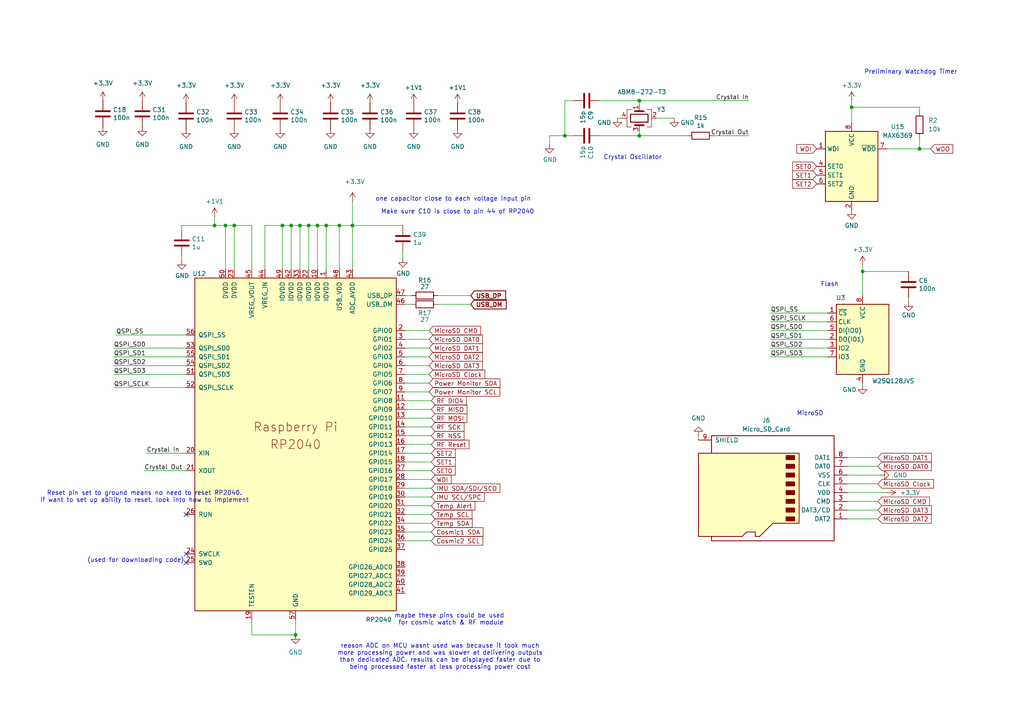
<source format=kicad_sch>
(kicad_sch (version 20250114) (generator "eeschema") (generator_version "9.0")
  (paper "A4")
  (lib_symbols
    (symbol "Connector:Micro_SD_Card" (pin_names (offset 1.016))
      (property "Reference" "J" (at -16.51 15.24 0))
      (property "Value" "Micro_SD_Card" (at 16.51 15.24 0))
      (symbol "Micro_SD_Card_0_1"
        (polyline (pts (xy -8.89 -11.43) (xy -8.89 8.89) (xy -1.27 8.89) (xy 2.54 12.7) (xy 3.81 12.7) (xy 3.81 11.43) (xy 6.35 11.43) (xy 7.62 12.7) (xy 20.32 12.7) (xy 20.32 -11.43) (xy -8.89 -11.43)) (stroke (width 0.254)) (fill (type background)))
        (rectangle (start -7.62 8.255) (end -5.08 6.985) (fill (type outline)))
        (rectangle (start -7.62 5.715) (end -5.08 4.445) (fill (type outline)))
        (rectangle (start -7.62 3.175) (end -5.08 1.905) (fill (type outline)))
        (rectangle (start -7.62 0.635) (end -5.08 -0.635) (fill (type outline)))
        (rectangle (start -7.62 -1.905) (end -5.08 -3.175) (fill (type outline)))
        (rectangle (start -7.62 -4.445) (end -5.08 -5.715) (fill (type outline)))
        (rectangle (start -7.62 -6.985) (end -5.08 -8.255) (fill (type outline)))
        (rectangle (start -7.62 -9.525) (end -5.08 -10.795) (fill (type outline)))
        (polyline (pts (xy 16.51 12.7) (xy 16.51 13.97) (xy -19.05 13.97) (xy -19.05 -16.51) (xy 16.51 -16.51) (xy 16.51 -11.43)) (stroke (width 0.254)))
      )
      (symbol "Micro_SD_Card_1_1"
        (pin bidirectional line (at -22.86 7.62 0) (length 3.81) (name "DAT2") (number "1"))
        (pin bidirectional line (at -22.86 5.08 0) (length 3.81) (name "DAT3/CD") (number "2"))
        (pin input line (at -22.86 2.54 0) (length 3.81) (name "CMD") (number "3"))
        (pin power_in line (at -22.86 0 0) (length 3.81) (name "VDD") (number "4"))
        (pin input line (at -22.86 -2.54 0) (length 3.81) (name "CLK") (number "5"))
        (pin power_in line (at -22.86 -5.08 0) (length 3.81) (name "VSS") (number "6"))
        (pin bidirectional line (at -22.86 -7.62 0) (length 3.81) (name "DAT0") (number "7"))
        (pin bidirectional line (at -22.86 -10.16 0) (length 3.81) (name "DAT1") (number "8"))
        (pin passive line (at 20.32 -15.24 180) (length 3.81) (name "SHIELD") (number "9"))
      )
    )
    (symbol "Device:C" (pin_numbers (hide yes)) (pin_names (offset 0.254))
      (property "Reference" "C" (at 0.635 2.54 0))
      (property "Value" "C" (at 0.635 -2.54 0))
      (symbol "C_0_1"
        (polyline (pts (xy -2.032 0.762) (xy 2.032 0.762)) (stroke (width 0.508)))
        (polyline (pts (xy -2.032 -0.762) (xy 2.032 -0.762)) (stroke (width 0.508)))
      )
      (symbol "C_1_1"
        (pin passive line (at 0 3.81 270) (length 2.794) (name "~") (number "1"))
        (pin passive line (at 0 -3.81 90) (length 2.794) (name "~") (number "2"))
      )
    )
    (symbol "Device:Crystal_GND24" (pin_names (offset 1.016) (hide yes))
      (property "Reference" "Y" (at 3.175 5.08 0))
      (property "Value" "Crystal_GND24" (at 3.175 3.175 0))
      (symbol "Crystal_GND24_0_1"
        (polyline (pts (xy -2.54 2.286) (xy -2.54 3.556) (xy 2.54 3.556) (xy 2.54 2.286)))
        (polyline (pts (xy -2.54 0) (xy -2.032 0)))
        (polyline (pts (xy -2.54 -2.286) (xy -2.54 -3.556) (xy 2.54 -3.556) (xy 2.54 -2.286)))
        (polyline (pts (xy -2.032 -1.27) (xy -2.032 1.27)) (stroke (width 0.508)))
        (rectangle (start -1.143 2.54) (end 1.143 -2.54) (stroke (width 0.3048)))
        (polyline (pts (xy 0 3.556) (xy 0 3.81)))
        (polyline (pts (xy 0 -3.81) (xy 0 -3.556)))
        (polyline (pts (xy 2.032 0) (xy 2.54 0)))
        (polyline (pts (xy 2.032 -1.27) (xy 2.032 1.27)) (stroke (width 0.508)))
      )
      (symbol "Crystal_GND24_1_1"
        (pin passive line (at -3.81 0 0) (length 1.27) (name "1") (number "1"))
        (pin passive line (at 0 5.08 270) (length 1.27) (name "2") (number "2"))
        (pin passive line (at 0 -5.08 90) (length 1.27) (name "4") (number "4"))
        (pin passive line (at 3.81 0 180) (length 1.27) (name "3") (number "3"))
      )
    )
    (symbol "Device:R" (pin_numbers (hide yes)) (pin_names (offset 0))
      (property "Reference" "R" (at 2.032 0 90))
      (property "Value" "R" (at 0 0 90))
      (symbol "R_0_1"
        (rectangle (start -1.016 -2.54) (end 1.016 2.54) (stroke (width 0.254)))
      )
      (symbol "R_1_1"
        (pin passive line (at 0 3.81 270) (length 1.27) (name "~") (number "1"))
        (pin passive line (at 0 -3.81 90) (length 1.27) (name "~") (number "2"))
      )
    )
    (symbol "MCU_RaspberryPi_RP2040:RP2040" (pin_names (offset 1.016))
      (property "Reference" "U" (at -29.21 49.53 0))
      (property "Value" "RP2040" (at 24.13 -49.53 0))
      (symbol "RP2040_0_0"
        (text "Raspberry Pi" (at 0 5.08 0) (effects (font (size 2.54 2.54))))
        (text "RP2040" (at 0 0 0) (effects (font (size 2.54 2.54))))
      )
      (symbol "RP2040_0_1"
        (rectangle (start 29.21 48.26) (end -29.21 -48.26) (stroke (width 0.254)) (fill (type background)))
      )
      (symbol "RP2040_1_1"
        (pin bidirectional line (at -31.75 31.75 0) (length 2.54) (name "QSPI_SS") (number "56"))
        (pin bidirectional line (at -31.75 27.94 0) (length 2.54) (name "QSPI_SD0") (number "53"))
        (pin bidirectional line (at -31.75 25.4 0) (length 2.54) (name "QSPI_SD1") (number "55"))
        (pin bidirectional line (at -31.75 22.86 0) (length 2.54) (name "QSPI_SD2") (number "54"))
        (pin bidirectional line (at -31.75 20.32 0) (length 2.54) (name "QSPI_SD3") (number "51"))
        (pin output line (at -31.75 16.51 0) (length 2.54) (name "QSPI_SCLK") (number "52"))
        (pin input line (at -31.75 -2.54 0) (length 2.54) (name "XIN") (number "20"))
        (pin passive line (at -31.75 -7.62 0) (length 2.54) (name "XOUT") (number "21"))
        (pin input line (at -31.75 -20.32 0) (length 2.54) (name "RUN") (number "26"))
        (pin output line (at -31.75 -31.75 0) (length 2.54) (name "SWCLK") (number "24"))
        (pin bidirectional line (at -31.75 -34.29 0) (length 2.54) (name "SWD") (number "25"))
        (pin power_in line (at -20.32 50.8 270) (length 2.54) (name "DVDD") (number "50"))
        (pin power_in line (at -17.78 50.8 270) (length 2.54) (name "DVDD") (number "23"))
        (pin power_out line (at -12.7 50.8 270) (length 2.54) (name "VREG_VOUT") (number "45"))
        (pin passive line (at -12.7 -50.8 90) (length 2.54) (name "TESTEN") (number "19"))
        (pin power_in line (at -8.89 50.8 270) (length 2.54) (name "VREG_IN") (number "44"))
        (pin power_in line (at -3.81 50.8 270) (length 2.54) (name "IOVDD") (number "49"))
        (pin power_in line (at -1.27 50.8 270) (length 2.54) (name "IOVDD") (number "42"))
        (pin power_in line (at 0 -50.8 90) (length 2.54) (name "GND") (number "57"))
        (pin power_in line (at 1.27 50.8 270) (length 2.54) (name "IOVDD") (number "33"))
        (pin power_in line (at 3.81 50.8 270) (length 2.54) (name "IOVDD") (number "22"))
        (pin power_in line (at 6.35 50.8 270) (length 2.54) (name "IOVDD") (number "10"))
        (pin power_in line (at 8.89 50.8 270) (length 2.54) (name "IOVDD") (number "1"))
        (pin power_in line (at 12.7 50.8 270) (length 2.54) (name "USB_VDD") (number "48"))
        (pin power_in line (at 16.51 50.8 270) (length 2.54) (name "ADC_AVDD") (number "43"))
        (pin bidirectional line (at 31.75 43.18 180) (length 2.54) (name "USB_DP") (number "47"))
        (pin bidirectional line (at 31.75 40.64 180) (length 2.54) (name "USB_DM") (number "46"))
        (pin bidirectional line (at 31.75 33.02 180) (length 2.54) (name "GPIO0") (number "2"))
        (pin bidirectional line (at 31.75 30.48 180) (length 2.54) (name "GPIO1") (number "3"))
        (pin bidirectional line (at 31.75 27.94 180) (length 2.54) (name "GPIO2") (number "4"))
        (pin bidirectional line (at 31.75 25.4 180) (length 2.54) (name "GPIO3") (number "5"))
        (pin bidirectional line (at 31.75 22.86 180) (length 2.54) (name "GPIO4") (number "6"))
        (pin bidirectional line (at 31.75 20.32 180) (length 2.54) (name "GPIO5") (number "7"))
        (pin bidirectional line (at 31.75 17.78 180) (length 2.54) (name "GPIO6") (number "8"))
        (pin bidirectional line (at 31.75 15.24 180) (length 2.54) (name "GPIO7") (number "9"))
        (pin bidirectional line (at 31.75 12.7 180) (length 2.54) (name "GPIO8") (number "11"))
        (pin bidirectional line (at 31.75 10.16 180) (length 2.54) (name "GPIO9") (number "12"))
        (pin bidirectional line (at 31.75 7.62 180) (length 2.54) (name "GPIO10") (number "13"))
        (pin bidirectional line (at 31.75 5.08 180) (length 2.54) (name "GPIO11") (number "14"))
        (pin bidirectional line (at 31.75 2.54 180) (length 2.54) (name "GPIO12") (number "15"))
        (pin bidirectional line (at 31.75 0 180) (length 2.54) (name "GPIO13") (number "16"))
        (pin bidirectional line (at 31.75 -2.54 180) (length 2.54) (name "GPIO14") (number "17"))
        (pin bidirectional line (at 31.75 -5.08 180) (length 2.54) (name "GPIO15") (number "18"))
        (pin bidirectional line (at 31.75 -7.62 180) (length 2.54) (name "GPIO16") (number "27"))
        (pin bidirectional line (at 31.75 -10.16 180) (length 2.54) (name "GPIO17") (number "28"))
        (pin bidirectional line (at 31.75 -12.7 180) (length 2.54) (name "GPIO18") (number "29"))
        (pin bidirectional line (at 31.75 -15.24 180) (length 2.54) (name "GPIO19") (number "30"))
        (pin bidirectional line (at 31.75 -17.78 180) (length 2.54) (name "GPIO20") (number "31"))
        (pin bidirectional line (at 31.75 -20.32 180) (length 2.54) (name "GPIO21") (number "32"))
        (pin bidirectional line (at 31.75 -22.86 180) (length 2.54) (name "GPIO22") (number "34"))
        (pin bidirectional line (at 31.75 -25.4 180) (length 2.54) (name "GPIO23") (number "35"))
        (pin bidirectional line (at 31.75 -27.94 180) (length 2.54) (name "GPIO24") (number "36"))
        (pin bidirectional line (at 31.75 -30.48 180) (length 2.54) (name "GPIO25") (number "37"))
        (pin bidirectional line (at 31.75 -35.56 180) (length 2.54) (name "GPIO26_ADC0") (number "38"))
        (pin bidirectional line (at 31.75 -38.1 180) (length 2.54) (name "GPIO27_ADC1") (number "39"))
        (pin bidirectional line (at 31.75 -40.64 180) (length 2.54) (name "GPIO28_ADC2") (number "40"))
        (pin bidirectional line (at 31.75 -43.18 180) (length 2.54) (name "GPIO29_ADC3") (number "41"))
      )
    )
    (symbol "Memory_Flash:W25Q128JVS"
      (property "Reference" "U" (at -8.89 8.89 0))
      (property "Value" "W25Q128JVS" (at 7.62 8.89 0))
      (symbol "W25Q128JVS_0_1"
        (rectangle (start -7.62 10.16) (end 7.62 -10.16) (stroke (width 0.254)) (fill (type background)))
      )
      (symbol "W25Q128JVS_1_1"
        (pin input line (at -10.16 7.62 0) (length 2.54) (name "~{CS}") (number "1"))
        (pin input line (at -10.16 5.08 0) (length 2.54) (name "CLK") (number "6"))
        (pin bidirectional line (at -10.16 2.54 0) (length 2.54) (name "DI(IO0)") (number "5"))
        (pin bidirectional line (at -10.16 0 0) (length 2.54) (name "DO(IO1)") (number "2"))
        (pin bidirectional line (at -10.16 -2.54 0) (length 2.54) (name "IO2") (number "3"))
        (pin bidirectional line (at -10.16 -5.08 0) (length 2.54) (name "IO3") (number "7"))
        (pin power_in line (at 0 12.7 270) (length 2.54) (name "VCC") (number "8"))
        (pin power_in line (at 0 -12.7 90) (length 2.54) (name "GND") (number "4"))
      )
    )
    (symbol "Power_Supervisor:MAX6369"
      (property "Reference" "U" (at -3.556 13.462 0))
      (property "Value" "MAX6369" (at -6.604 11.43 0))
      (symbol "MAX6369_0_1"
        (rectangle (start -7.62 10.16) (end 7.62 -10.16) (stroke (width 0.254)) (fill (type background)))
      )
      (symbol "MAX6369_1_1"
        (pin input line (at -10.16 5.08 0) (length 2.54) (name "WDI") (number "1"))
        (pin input line (at -10.16 0 0) (length 2.54) (name "SET0") (number "4"))
        (pin input line (at -10.16 -2.54 0) (length 2.54) (name "SET1") (number "5"))
        (pin input line (at -10.16 -5.08 0) (length 2.54) (name "SET2") (number "6"))
        (pin power_in line (at 0 12.7 270) (length 2.54) (name "VCC") (number "8"))
        (pin power_in line (at 0 -12.7 90) (length 2.54) (name "GND") (number "2"))
        (pin no_connect line (at 7.62 -5.08 180) (length 2.54) (hide yes) (name "NC") (number "3"))
        (pin open_collector line (at 10.16 5.08 180) (length 2.54) (name "~{WDO}") (number "7"))
      )
    )
    (symbol "power:+1V1" (power) (pin_numbers (hide yes)) (pin_names (offset 0) (hide yes))
      (property "Value" "+1V1" (at 0 3.556 0))
      (symbol "+1V1_0_1"
        (polyline (pts (xy -0.762 1.27) (xy 0 2.54)))
        (polyline (pts (xy 0 2.54) (xy 0.762 1.27)))
        (polyline (pts (xy 0 0) (xy 0 2.54)))
      )
      (symbol "+1V1_1_1"
        (pin power_in line (at 0 0 90) (length 0) (name "~") (number "1"))
      )
    )
    (symbol "power:+3.3V" (power) (pin_numbers (hide yes)) (pin_names (offset 0) (hide yes))
      (property "Value" "+3.3V" (at 0 3.556 0))
      (symbol "+3.3V_0_1"
        (polyline (pts (xy -0.762 1.27) (xy 0 2.54)))
        (polyline (pts (xy 0 2.54) (xy 0.762 1.27)))
        (polyline (pts (xy 0 0) (xy 0 2.54)))
      )
      (symbol "+3.3V_1_1"
        (pin power_in line (at 0 0 90) (length 0) (name "~") (number "1"))
      )
    )
    (symbol "power:GND" (power) (pin_numbers (hide yes)) (pin_names (offset 0) (hide yes))
      (property "Value" "GND" (at 0 -3.81 0))
      (symbol "GND_0_1"
        (polyline (pts (xy 0 0) (xy 0 -1.27) (xy 1.27 -1.27) (xy 0 -2.54) (xy -1.27 -1.27) (xy 0 -1.27)))
      )
      (symbol "GND_1_1"
        (pin power_in line (at 0 0 270) (length 0) (name "~") (number "1"))
      )
    )
  )
  (text "Make sure C10 is close to pin 44 of RP2040" (at 110.49 62.23 0) (effects (font (size 1.27 1.27)) (justify left bottom)))
  (text "MicroSD" (at 234.95 120.015 0) (effects (font (size 1.27 1.27))))
  (text "Reset pin set to ground means no need to reset RP2040.\nIf want to set up ability to reset, look into how to implement" (at 41.91 144.145 0) (effects (font (size 1.27 1.27))))
  (text "maybe these pins could be used \nfor cosmic watch & RF module" (at 130.81 179.705 0) (effects (font (size 1.27 1.27))))
  (text "Preliminary Watchdog Timer" (at 264.16 20.955 0) (effects (font (size 1.27 1.27))))
  (text "Flash" (at 240.665 82.55 0) (effects (font (size 1.27 1.27))))
  (text "one capacitor close to each voltage input pin" (at 131.445 57.785 0) (effects (font (size 1.27 1.27))))
  (text "reason ADC on MCU wasnt used was because it took much\nmore processing power and was slower at delivering outputs\nthan dedicated ADC. results can be displayed faster due to\nbeing processed faster at less processing power cost" (at 127.635 190.5 0) (effects (font (size 1.27 1.27))))
  (text "(used for downloading code)" (at 39.37 162.56 0) (effects (font (size 1.27 1.27))))
  (text "Crystal Oscillator" (at 183.515 45.72 0) (effects (font (size 1.27 1.27))))
  (junction (at 163.83 39.37))
  (junction (at 81.915 65.405))
  (junction (at 185.42 39.37))
  (junction (at 266.7 43.18))
  (junction (at 89.535 65.405))
  (junction (at 67.945 65.405))
  (junction (at 102.235 65.405))
  (junction (at 65.405 65.405))
  (junction (at 85.725 184.15))
  (junction (at 98.425 65.405))
  (junction (at 94.615 65.405))
  (junction (at 92.075 65.405))
  (junction (at 185.42 29.21))
  (junction (at 250.19 78.74))
  (junction (at 247.015 31.115))
  (junction (at 84.455 65.405))
  (junction (at 86.995 65.405))
  (junction (at 62.23 65.405))
  (no_connect (at 53.975 160.655))
  (no_connect (at 53.975 163.195))
  (no_connect (at 53.975 149.225))
  (wire (pts (xy 33.02 100.965) (xy 53.975 100.965)))
  (wire (pts (xy 117.475 128.905) (xy 125.095 128.905)))
  (wire (pts (xy 117.475 146.685) (xy 125.095 146.685)))
  (wire (pts (xy 98.425 65.405) (xy 102.235 65.405)))
  (wire (pts (xy 245.745 142.875) (xy 257.175 142.875)))
  (wire (pts (xy 117.475 154.305) (xy 125.095 154.305)))
  (wire (pts (xy 117.475 116.205) (xy 125.095 116.205)))
  (wire (pts (xy 117.475 108.585) (xy 124.46 108.585)))
  (wire (pts (xy 73.025 78.105) (xy 73.025 65.405)))
  (wire (pts (xy 166.37 39.37) (xy 163.83 39.37)))
  (wire (pts (xy 119.38 85.725) (xy 117.475 85.725)))
  (wire (pts (xy 136.525 88.265) (xy 127 88.265)))
  (wire (pts (xy 117.475 103.505) (xy 124.46 103.505)))
  (wire (pts (xy 33.02 112.395) (xy 53.975 112.395)))
  (wire (pts (xy 94.615 65.405) (xy 94.615 78.105)))
  (wire (pts (xy 159.385 39.37) (xy 163.83 39.37)))
  (wire (pts (xy 86.995 65.405) (xy 89.535 65.405)))
  (wire (pts (xy 102.235 65.405) (xy 116.84 65.405)))
  (wire (pts (xy 117.475 100.965) (xy 124.46 100.965)))
  (wire (pts (xy 81.915 65.405) (xy 84.455 65.405)))
  (wire (pts (xy 240.03 103.505) (xy 223.52 103.505)))
  (wire (pts (xy 163.83 29.21) (xy 163.83 39.37)))
  (wire (pts (xy 92.075 65.405) (xy 94.615 65.405)))
  (wire (pts (xy 33.02 103.505) (xy 53.975 103.505)))
  (wire (pts (xy 166.37 29.21) (xy 163.83 29.21)))
  (wire (pts (xy 52.705 65.405) (xy 62.23 65.405)))
  (wire (pts (xy 62.23 62.865) (xy 62.23 65.405)))
  (wire (pts (xy 245.745 150.495) (xy 254.635 150.495)))
  (wire (pts (xy 33.655 97.155) (xy 53.975 97.155)))
  (wire (pts (xy 179.07 34.29) (xy 180.34 34.29)))
  (wire (pts (xy 263.525 86.36) (xy 263.525 87.63)))
  (wire (pts (xy 117.475 151.765) (xy 125.095 151.765)))
  (wire (pts (xy 117.475 98.425) (xy 124.46 98.425)))
  (wire (pts (xy 117.475 131.445) (xy 125.095 131.445)))
  (wire (pts (xy 89.535 65.405) (xy 92.075 65.405)))
  (wire (pts (xy 98.425 78.105) (xy 98.425 65.405)))
  (wire (pts (xy 173.99 39.37) (xy 185.42 39.37)))
  (wire (pts (xy 67.945 78.105) (xy 67.945 65.405)))
  (wire (pts (xy 245.745 135.255) (xy 254.635 135.255)))
  (wire (pts (xy 102.235 65.405) (xy 102.235 78.105)))
  (wire (pts (xy 117.475 123.825) (xy 125.095 123.825)))
  (wire (pts (xy 117.475 149.225) (xy 125.095 149.225)))
  (wire (pts (xy 136.525 85.725) (xy 127 85.725)))
  (wire (pts (xy 245.745 137.795) (xy 255.27 137.795)))
  (wire (pts (xy 76.835 65.405) (xy 81.915 65.405)))
  (wire (pts (xy 159.385 39.37) (xy 159.385 41.91)))
  (wire (pts (xy 185.42 39.37) (xy 199.39 39.37)))
  (wire (pts (xy 245.745 147.955) (xy 254.635 147.955)))
  (wire (pts (xy 76.835 78.105) (xy 76.835 65.405)))
  (wire (pts (xy 117.475 113.665) (xy 124.46 113.665)))
  (wire (pts (xy 173.99 29.21) (xy 185.42 29.21)))
  (wire (pts (xy 117.475 144.145) (xy 125.095 144.145)))
  (wire (pts (xy 116.84 73.025) (xy 116.84 74.93)))
  (wire (pts (xy 117.475 133.985) (xy 125.095 133.985)))
  (wire (pts (xy 250.19 78.74) (xy 263.525 78.74)))
  (wire (pts (xy 85.725 179.705) (xy 85.725 184.15)))
  (wire (pts (xy 84.455 78.105) (xy 84.455 65.405)))
  (wire (pts (xy 73.025 184.15) (xy 85.725 184.15)))
  (wire (pts (xy 119.38 88.265) (xy 117.475 88.265)))
  (wire (pts (xy 33.02 106.045) (xy 53.975 106.045)))
  (wire (pts (xy 52.705 66.675) (xy 52.705 65.405)))
  (wire (pts (xy 73.025 179.705) (xy 73.025 184.15)))
  (wire (pts (xy 185.42 29.21) (xy 217.17 29.21)))
  (wire (pts (xy 250.19 111.76) (xy 250.19 111.125)))
  (wire (pts (xy 92.075 78.105) (xy 92.075 65.405)))
  (wire (pts (xy 240.03 98.425) (xy 223.52 98.425)))
  (wire (pts (xy 117.475 111.125) (xy 124.46 111.125)))
  (wire (pts (xy 102.235 58.42) (xy 102.235 65.405)))
  (wire (pts (xy 117.475 141.605) (xy 125.095 141.605)))
  (wire (pts (xy 202.565 126.365) (xy 202.565 127.635)))
  (wire (pts (xy 223.52 93.345) (xy 240.03 93.345)))
  (wire (pts (xy 42.545 131.445) (xy 53.975 131.445)))
  (wire (pts (xy 185.42 38.1) (xy 185.42 39.37)))
  (wire (pts (xy 94.615 65.405) (xy 98.425 65.405)))
  (wire (pts (xy 257.175 43.18) (xy 266.7 43.18)))
  (wire (pts (xy 52.705 74.295) (xy 52.705 75.565)))
  (wire (pts (xy 190.5 34.29) (xy 195.58 34.29)))
  (wire (pts (xy 86.995 78.105) (xy 86.995 65.405)))
  (wire (pts (xy 245.745 140.335) (xy 254.635 140.335)))
  (wire (pts (xy 266.7 43.18) (xy 269.875 43.18)))
  (wire (pts (xy 117.475 139.065) (xy 125.095 139.065)))
  (wire (pts (xy 84.455 65.405) (xy 86.995 65.405)))
  (wire (pts (xy 250.19 78.74) (xy 250.19 85.725)))
  (wire (pts (xy 247.015 31.115) (xy 247.015 35.56)))
  (wire (pts (xy 117.475 126.365) (xy 125.095 126.365)))
  (wire (pts (xy 89.535 78.105) (xy 89.535 65.405)))
  (wire (pts (xy 240.03 100.965) (xy 223.52 100.965)))
  (wire (pts (xy 117.475 121.285) (xy 125.095 121.285)))
  (wire (pts (xy 240.03 95.885) (xy 223.52 95.885)))
  (wire (pts (xy 117.475 95.885) (xy 124.46 95.885)))
  (wire (pts (xy 81.915 78.105) (xy 81.915 65.405)))
  (wire (pts (xy 207.01 39.37) (xy 217.17 39.37)))
  (wire (pts (xy 266.7 31.115) (xy 247.015 31.115)))
  (wire (pts (xy 245.745 132.715) (xy 254.635 132.715)))
  (wire (pts (xy 250.19 76.835) (xy 250.19 78.74)))
  (wire (pts (xy 266.7 40.005) (xy 266.7 43.18)))
  (wire (pts (xy 266.7 32.385) (xy 266.7 31.115)))
  (wire (pts (xy 41.91 136.525) (xy 53.975 136.525)))
  (wire (pts (xy 245.745 145.415) (xy 254.635 145.415)))
  (wire (pts (xy 117.475 156.845) (xy 125.095 156.845)))
  (wire (pts (xy 73.025 65.405) (xy 67.945 65.405)))
  (wire (pts (xy 65.405 65.405) (xy 65.405 78.105)))
  (wire (pts (xy 117.475 106.045) (xy 124.46 106.045)))
  (wire (pts (xy 223.52 90.805) (xy 240.03 90.805)))
  (wire (pts (xy 67.945 65.405) (xy 65.405 65.405)))
  (wire (pts (xy 117.475 118.745) (xy 125.095 118.745)))
  (wire (pts (xy 185.42 30.48) (xy 185.42 29.21)))
  (wire (pts (xy 62.23 65.405) (xy 65.405 65.405)))
  (wire (pts (xy 247.015 29.21) (xy 247.015 31.115)))
  (wire (pts (xy 33.02 108.585) (xy 53.975 108.585)))
  (wire (pts (xy 117.475 136.525) (xy 125.095 136.525)))
  (label "QSPI_SD1" (at 33.02 103.505 0))
  (label "QSPI_SD2" (at 223.52 100.965 0))
  (label "QSPI_SD3" (at 223.52 103.505 0))
  (label "Crystal Out" (at 41.91 136.525 0))
  (label "Crystal Out" (at 217.17 39.37 180))
  (label "QSPI_SD3" (at 33.02 108.585 0))
  (label "QSPI_SD1" (at 223.52 98.425 0))
  (label "QSPI_SCLK" (at 223.52 93.345 0))
  (label "QSPI_SS" (at 223.52 90.805 0))
  (label "QSPI_SD2" (at 33.02 106.045 0))
  (label "QSPI_SD0" (at 33.02 100.965 0))
  (label "Crystal In" (at 217.17 29.21 180))
  (label "QSPI_SCLK" (at 33.02 112.395 0))
  (label "QSPI_SS" (at 33.655 97.155 0))
  (label "Crystal In" (at 42.545 131.445 0))
  (label "QSPI_SD0" (at 223.52 95.885 0))
  (global_label "SET1" (shape input) (at 125.095 133.985 0) (property "Intersheetrefs" "${INTERSHEET_REFS}" (effects (hide yes))))
  (global_label "MicroSD CMD" (shape input) (at 254.635 145.415 0) (property "Intersheetrefs" "${INTERSHEET_REFS}" (effects (hide yes))))
  (global_label "MicroSD DAT0" (shape input) (at 124.46 98.425 0) (property "Intersheetrefs" "${INTERSHEET_REFS}" (effects (hide yes))))
  (global_label "RF MISO" (shape input) (at 125.095 118.745 0) (property "Intersheetrefs" "${INTERSHEET_REFS}" (effects (hide yes))))
  (global_label "Temp SCL" (shape input) (at 125.095 149.225 0) (effects (font (thickness 0.1588))) (property "Intersheetrefs" "${INTERSHEET_REFS}" (effects (hide yes))))
  (global_label "MicroSD DAT1" (shape input) (at 124.46 100.965 0) (property "Intersheetrefs" "${INTERSHEET_REFS}" (effects (hide yes))))
  (global_label "Temp SDA" (shape input) (at 125.095 151.765 0) (effects (font (thickness 0.1588))) (property "Intersheetrefs" "${INTERSHEET_REFS}" (effects (hide yes))))
  (global_label "SET2" (shape input) (at 125.095 131.445 0) (property "Intersheetrefs" "${INTERSHEET_REFS}" (effects (hide yes))))
  (global_label "MicroSD DAT0" (shape input) (at 254.635 135.255 0) (property "Intersheetrefs" "${INTERSHEET_REFS}" (effects (hide yes))))
  (global_label "Cosmic2 SCL" (shape input) (at 125.095 156.845 0) (property "Intersheetrefs" "${INTERSHEET_REFS}" (effects (hide yes))))
  (global_label "RF Reset" (shape input) (at 125.095 128.905 0) (property "Intersheetrefs" "${INTERSHEET_REFS}" (effects (hide yes))))
  (global_label "MicroSD DAT1" (shape input) (at 254.635 132.715 0) (property "Intersheetrefs" "${INTERSHEET_REFS}" (effects (hide yes))))
  (global_label "IMU SDA{slash}SDI{slash}SCO" (shape input) (at 125.095 141.605 0) (property "Intersheetrefs" "${INTERSHEET_REFS}" (effects (hide yes))))
  (global_label "USB_DM" (shape input) (at 136.525 88.265 0) (effects (font (thickness 0.254) (bold yes))) (property "Intersheetrefs" "${INTERSHEET_REFS}" (effects (hide yes))))
  (global_label "RF DIO4" (shape input) (at 125.095 116.205 0) (property "Intersheetrefs" "${INTERSHEET_REFS}" (effects (hide yes))))
  (global_label "RF MOSI" (shape input) (at 125.095 121.285 0) (property "Intersheetrefs" "${INTERSHEET_REFS}" (effects (hide yes))))
  (global_label "MicroSD Clock" (shape input) (at 254.635 140.335 0) (property "Intersheetrefs" "${INTERSHEET_REFS}" (effects (hide yes))))
  (global_label "RF NSS" (shape input) (at 125.095 126.365 0) (property "Intersheetrefs" "${INTERSHEET_REFS}" (effects (hide yes))))
  (global_label "Cosmic1 SDA" (shape input) (at 125.095 154.305 0) (property "Intersheetrefs" "${INTERSHEET_REFS}" (effects (hide yes))))
  (global_label "Temp Alert" (shape input) (at 125.095 146.685 0) (effects (font (thickness 0.1588))) (property "Intersheetrefs" "${INTERSHEET_REFS}" (effects (hide yes))))
  (global_label "SET1" (shape input) (at 236.855 50.8 180) (property "Intersheetrefs" "${INTERSHEET_REFS}" (effects (hide yes))))
  (global_label "SET0" (shape input) (at 236.855 48.26 180) (property "Intersheetrefs" "${INTERSHEET_REFS}" (effects (hide yes))))
  (global_label "MicroSD DAT3" (shape input) (at 254.635 147.955 0) (property "Intersheetrefs" "${INTERSHEET_REFS}" (effects (hide yes))))
  (global_label "WDI" (shape input) (at 125.095 139.065 0) (property "Intersheetrefs" "${INTERSHEET_REFS}" (effects (hide yes))))
  (global_label "WDI" (shape input) (at 236.855 43.18 180) (property "Intersheetrefs" "${INTERSHEET_REFS}" (effects (hide yes))))
  (global_label "WDO" (shape input) (at 269.875 43.18 0) (property "Intersheetrefs" "${INTERSHEET_REFS}" (effects (hide yes))))
  (global_label "MicroSD DAT2" (shape input) (at 124.46 103.505 0) (property "Intersheetrefs" "${INTERSHEET_REFS}" (effects (hide yes))))
  (global_label "MicroSD DAT3" (shape input) (at 124.46 106.045 0) (property "Intersheetrefs" "${INTERSHEET_REFS}" (effects (hide yes))))
  (global_label "RF SCK" (shape input) (at 125.095 123.825 0) (property "Intersheetrefs" "${INTERSHEET_REFS}" (effects (hide yes))))
  (global_label "Power Monitor SDA" (shape input) (at 124.46 111.125 0) (property "Intersheetrefs" "${INTERSHEET_REFS}" (effects (hide yes))))
  (global_label "MicroSD CMD" (shape input) (at 124.46 95.885 0) (property "Intersheetrefs" "${INTERSHEET_REFS}" (effects (hide yes))))
  (global_label "SET2" (shape input) (at 236.855 53.34 180) (property "Intersheetrefs" "${INTERSHEET_REFS}" (effects (hide yes))))
  (global_label "Power Monitor SCL" (shape input) (at 124.46 113.665 0) (effects (font (thickness 0.1588))) (property "Intersheetrefs" "${INTERSHEET_REFS}" (effects (hide yes))))
  (global_label "MicroSD Clock" (shape input) (at 124.46 108.585 0) (property "Intersheetrefs" "${INTERSHEET_REFS}" (effects (hide yes))))
  (global_label "SET0" (shape input) (at 125.095 136.525 0) (property "Intersheetrefs" "${INTERSHEET_REFS}" (effects (hide yes))))
  (global_label "IMU SCL{slash}SPC" (shape input) (at 125.095 144.145 0) (property "Intersheetrefs" "${INTERSHEET_REFS}" (effects (hide yes))))
  (global_label "USB_DP" (shape input) (at 136.525 85.725 0) (effects (font (thickness 0.254) (bold yes))) (property "Intersheetrefs" "${INTERSHEET_REFS}" (effects (hide yes))))
  (global_label "MicroSD DAT2" (shape input) (at 254.635 150.495 0) (property "Intersheetrefs" "${INTERSHEET_REFS}" (effects (hide yes))))
  (symbol (lib_id "power:GND") (at 202.565 126.365 180) (unit 1)
    (property "Reference" "#PWR0110" (effects (hide yes)))
    (property "Value" "GND" (at 202.565 121.285 0))
    (property "Description" "Power symbol creates a global label with name \"GND\" , ground" (effects (hide yes)))
  )
  (symbol (lib_id "Device:C") (at 29.845 33.02 0) (unit 1)
    (property "Reference" "C18" (at 32.766 31.8516 0) (effects (justify left)))
    (property "Value" "100n" (at 32.766 34.163 0) (effects (justify left)))
    (property "Footprint" "Capacitor_SMD:C_0402_1005Metric" (effects (hide yes)))
  )
  (symbol (lib_id "power:GND") (at 41.275 36.83 0) (unit 1)
    (property "Reference" "#PWR065" (effects (hide yes)))
    (property "Value" "GND" (at 41.275 41.91 0))
    (property "Description" "Power symbol creates a global label with name \"GND\" , ground" (effects (hide yes)))
  )
  (symbol (lib_id "power:GND") (at 195.58 34.29 0) (unit 1)
    (property "Reference" "#PWR062" (effects (hide yes)))
    (property "Value" "GND" (at 199.39 35.56 0))
  )
  (symbol (lib_id "power:GND") (at 107.315 37.465 0) (unit 1)
    (property "Reference" "#PWR075" (effects (hide yes)))
    (property "Value" "GND" (at 107.315 42.545 0))
    (property "Description" "Power symbol creates a global label with name \"GND\" , ground" (effects (hide yes)))
  )
  (symbol (lib_id "Device:C") (at 132.715 33.655 0) (unit 1)
    (property "Reference" "C38" (at 135.636 32.4866 0) (effects (justify left)))
    (property "Value" "100n" (at 135.636 34.798 0) (effects (justify left)))
    (property "Footprint" "Capacitor_SMD:C_0402_1005Metric" (effects (hide yes)))
  )
  (symbol (lib_id "Device:C") (at 41.275 33.02 0) (unit 1)
    (property "Reference" "C31" (at 44.196 31.8516 0) (effects (justify left)))
    (property "Value" "100n" (at 44.196 34.163 0) (effects (justify left)))
    (property "Footprint" "Capacitor_SMD:C_0402_1005Metric" (effects (hide yes)))
  )
  (symbol (lib_id "power:GND") (at 159.385 41.91 0) (unit 1)
    (property "Reference" "#PWR020" (effects (hide yes)))
    (property "Value" "GND" (at 159.512 46.3042 0))
  )
  (symbol (lib_id "Device:R") (at 123.19 85.725 270) (unit 1)
    (property "Reference" "R16" (at 123.19 81.28 90))
    (property "Value" "27" (at 123.19 83.185 90))
    (property "Footprint" "Resistor_SMD:R_0402_1005Metric" (effects (hide yes)))
    (property "Description" "Resistor" (effects (hide yes)))
  )
  (symbol (lib_id "Device:C") (at 263.525 82.55 0) (unit 1)
    (property "Reference" "C6" (at 266.446 81.3816 0) (effects (justify left)))
    (property "Value" "100n" (at 266.446 83.693 0) (effects (justify left)))
    (property "Footprint" "Capacitor_SMD:C_0402_1005Metric" (effects (hide yes)))
  )
  (symbol (lib_id "power:+3.3V") (at 102.235 58.42 0) (unit 1)
    (property "Reference" "#PWR084" (effects (hide yes)))
    (property "Value" "+3.3V" (at 102.87 52.705 0))
    (property "Description" "Power symbol creates a global label with name \"+3.3V\"" (effects (hide yes)))
  )
  (symbol (lib_id "Device:C") (at 52.705 70.485 0) (unit 1)
    (property "Reference" "C11" (at 55.626 69.3166 0) (effects (justify left)))
    (property "Value" "1u" (at 55.626 71.628 0) (effects (justify left)))
    (property "Footprint" "Capacitor_SMD:C_0402_1005Metric" (effects (hide yes)))
  )
  (symbol (lib_id "power:+3.3V") (at 81.28 29.845 0) (unit 1)
    (property "Reference" "#PWR070" (effects (hide yes)))
    (property "Value" "+3.3V" (at 81.28 24.765 0))
    (property "Description" "Power symbol creates a global label with name \"+3.3V\"" (effects (hide yes)))
  )
  (symbol (lib_id "Device:R") (at 123.19 88.265 270) (unit 1)
    (property "Reference" "R17" (at 123.19 90.805 90))
    (property "Value" "27" (at 123.19 92.71 90))
    (property "Footprint" "Resistor_SMD:R_0402_1005Metric" (effects (hide yes)))
    (property "Description" "Resistor" (effects (hide yes)))
  )
  (symbol (lib_id "Memory_Flash:W25Q128JVS") (at 250.19 98.425 0) (unit 1)
    (property "Reference" "U3" (at 243.84 86.36 0))
    (property "Value" "W25Q128JVS" (at 259.08 110.49 0))
    (property "Footprint" "1my_footprints:SOIC_208MIL_WIN" (effects (hide yes)))
    (property "Datasheet" "http://www.winbond.com/resource-files/w25q128jv_dtr%20revc%2003272018%20plus.pdf" (effects (hide yes)))
  )
  (symbol (lib_id "power:GND") (at 255.27 137.795 90) (unit 1)
    (property "Reference" "#PWR0111" (effects (hide yes)))
    (property "Value" "GND" (at 259.08 137.7949 90) (effects (justify right)))
    (property "Description" "Power symbol creates a global label with name \"GND\" , ground" (effects (hide yes)))
  )
  (symbol (lib_id "Device:C") (at 170.18 39.37 270) (unit 1)
    (property "Reference" "C10" (at 171.3484 42.291 0) (effects (justify left)))
    (property "Value" "15p" (at 169.037 42.291 0) (effects (justify left)))
    (property "Footprint" "Capacitor_SMD:C_0402_1005Metric" (effects (hide yes)))
  )
  (symbol (lib_id "power:GND") (at 116.84 74.93 0) (unit 1)
    (property "Reference" "#PWR085" (effects (hide yes)))
    (property "Value" "GND" (at 116.967 79.3242 0))
  )
  (symbol (lib_id "power:+1V1") (at 120.015 29.845 0) (unit 1)
    (property "Reference" "#PWR076" (effects (hide yes)))
    (property "Value" "+1V1" (at 120.015 25.4 0))
    (property "Description" "Power symbol creates a global label with name \"+1V1\"" (effects (hide yes)))
  )
  (symbol (lib_id "power:+3.3V") (at 29.845 29.21 0) (unit 1)
    (property "Reference" "#PWR024" (effects (hide yes)))
    (property "Value" "+3.3V" (at 29.845 24.13 0))
    (property "Description" "Power symbol creates a global label with name \"+3.3V\"" (effects (hide yes)))
  )
  (symbol (lib_id "Device:Crystal_GND24") (at 185.42 34.29 270) (unit 1)
    (property "Reference" "Y3" (at 190.5 31.75 90) (effects (justify left)))
    (property "Value" "ABM8-272-T3" (at 179.07 26.67 90) (effects (justify left)))
    (property "Footprint" "Crystal:Crystal_SMD_3225-4Pin_3.2x2.5mm" (effects (hide yes)))
  )
  (symbol (lib_id "Device:C") (at 67.945 33.655 0) (unit 1)
    (property "Reference" "C33" (at 70.866 32.4866 0) (effects (justify left)))
    (property "Value" "100n" (at 70.866 34.798 0) (effects (justify left)))
    (property "Footprint" "Capacitor_SMD:C_0402_1005Metric" (effects (hide yes)))
  )
  (symbol (lib_id "power:+3.3V") (at 95.885 29.845 0) (unit 1)
    (property "Reference" "#PWR072" (effects (hide yes)))
    (property "Value" "+3.3V" (at 95.885 24.765 0))
    (property "Description" "Power symbol creates a global label with name \"+3.3V\"" (effects (hide yes)))
  )
  (symbol (lib_id "Device:C") (at 95.885 33.655 0) (unit 1)
    (property "Reference" "C35" (at 98.806 32.4866 0) (effects (justify left)))
    (property "Value" "100n" (at 98.806 34.798 0) (effects (justify left)))
    (property "Footprint" "Capacitor_SMD:C_0402_1005Metric" (effects (hide yes)))
  )
  (symbol (lib_id "Device:C") (at 53.975 33.655 0) (unit 1)
    (property "Reference" "C32" (at 56.896 32.4866 0) (effects (justify left)))
    (property "Value" "100n" (at 56.896 34.798 0) (effects (justify left)))
    (property "Footprint" "Capacitor_SMD:C_0402_1005Metric" (effects (hide yes)))
  )
  (symbol (lib_id "power:+3.3V") (at 53.975 29.845 0) (unit 1)
    (property "Reference" "#PWR066" (effects (hide yes)))
    (property "Value" "+3.3V" (at 53.975 24.765 0))
    (property "Description" "Power symbol creates a global label with name \"+3.3V\"" (effects (hide yes)))
  )
  (symbol (lib_id "power:+3.3V") (at 247.015 29.21 0) (unit 1)
    (property "Reference" "#PWR099" (effects (hide yes)))
    (property "Value" "+3.3V" (at 247.015 24.765 0))
    (property "Description" "Power symbol creates a global label with name \"+3.3V\"" (effects (hide yes)))
  )
  (symbol (lib_id "Device:C") (at 107.315 33.655 0) (unit 1)
    (property "Reference" "C36" (at 110.236 32.4866 0) (effects (justify left)))
    (property "Value" "100n" (at 110.236 34.798 0) (effects (justify left)))
    (property "Footprint" "Capacitor_SMD:C_0402_1005Metric" (effects (hide yes)))
  )
  (symbol (lib_id "power:+3.3V") (at 107.315 29.845 0) (unit 1)
    (property "Reference" "#PWR074" (effects (hide yes)))
    (property "Value" "+3.3V" (at 107.315 24.765 0))
    (property "Description" "Power symbol creates a global label with name \"+3.3V\"" (effects (hide yes)))
  )
  (symbol (lib_id "power:GND") (at 85.725 184.15 0) (unit 1)
    (property "Reference" "#PWR083" (effects (hide yes)))
    (property "Value" "GND" (at 85.725 189.23 0))
    (property "Description" "Power symbol creates a global label with name \"GND\" , ground" (effects (hide yes)))
  )
  (symbol (lib_id "power:GND") (at 179.07 34.29 0) (unit 1)
    (property "Reference" "#PWR029" (effects (hide yes)))
    (property "Value" "GND" (at 175.26 35.56 0))
  )
  (symbol (lib_id "power:GND") (at 247.015 60.96 0) (unit 1)
    (property "Reference" "#PWR0100" (effects (hide yes)))
    (property "Value" "GND" (at 247.015 65.405 0))
    (property "Description" "Power symbol creates a global label with name \"GND\" , ground" (effects (hide yes)))
  )
  (symbol (lib_id "Device:C") (at 116.84 69.215 0) (unit 1)
    (property "Reference" "C39" (at 119.761 68.0466 0) (effects (justify left)))
    (property "Value" "1u" (at 119.761 70.358 0) (effects (justify left)))
    (property "Footprint" "Capacitor_SMD:C_0402_1005Metric" (effects (hide yes)))
  )
  (symbol (lib_id "power:GND") (at 67.945 37.465 0) (unit 1)
    (property "Reference" "#PWR069" (effects (hide yes)))
    (property "Value" "GND" (at 67.945 42.545 0))
    (property "Description" "Power symbol creates a global label with name \"GND\" , ground" (effects (hide yes)))
  )
  (symbol (lib_id "power:+1V1") (at 62.23 62.865 0) (unit 1)
    (property "Reference" "#PWR082" (effects (hide yes)))
    (property "Value" "+1V1" (at 62.23 58.42 0))
    (property "Description" "Power symbol creates a global label with name \"+1V1\"" (effects (hide yes)))
  )
  (symbol (lib_id "power:GND") (at 250.19 111.76 0) (unit 1)
    (property "Reference" "#PWR010" (effects (hide yes)))
    (property "Value" "GND" (at 246.38 113.03 0))
  )
  (symbol (lib_id "MCU_RaspberryPi_RP2040:RP2040") (at 85.725 128.905 0) (unit 1)
    (property "Reference" "U12" (at 57.785 79.375 0))
    (property "Value" "RP2040" (at 109.855 179.705 0))
    (property "Footprint" "Package_DFN_QFN:QFN-56-1EP_7x7mm_P0.4mm_EP3.2x3.2mm" (effects (hide yes)))
    (property "Datasheet" "https://datasheets.raspberrypi.com/rp2040/rp2040-datasheet.pdf" (effects (hide yes)))
  )
  (symbol (lib_id "power:GND") (at 53.975 37.465 0) (unit 1)
    (property "Reference" "#PWR067" (effects (hide yes)))
    (property "Value" "GND" (at 53.975 42.545 0))
    (property "Description" "Power symbol creates a global label with name \"GND\" , ground" (effects (hide yes)))
  )
  (symbol (lib_id "power:+3.3V") (at 257.175 142.875 270) (unit 1)
    (property "Reference" "#PWR0112" (effects (hide yes)))
    (property "Value" "+3.3V" (at 260.985 142.8749 90) (effects (justify left)))
    (property "Description" "Power symbol creates a global label with name \"+3.3V\"" (effects (hide yes)))
  )
  (symbol (lib_id "power:+3.3V") (at 67.945 29.845 0) (unit 1)
    (property "Reference" "#PWR068" (effects (hide yes)))
    (property "Value" "+3.3V" (at 67.945 24.765 0))
    (property "Description" "Power symbol creates a global label with name \"+3.3V\"" (effects (hide yes)))
  )
  (symbol (lib_id "power:+3.3V") (at 250.19 76.835 0) (unit 1)
    (property "Reference" "#PWR0130" (effects (hide yes)))
    (property "Value" "+3.3V" (at 250.19 72.39 0))
    (property "Description" "Power symbol creates a global label with name \"+3.3V\"" (effects (hide yes)))
  )
  (symbol (lib_id "power:GND") (at 120.015 37.465 0) (unit 1)
    (property "Reference" "#PWR077" (effects (hide yes)))
    (property "Value" "GND" (at 120.015 42.545 0))
    (property "Description" "Power symbol creates a global label with name \"GND\" , ground" (effects (hide yes)))
  )
  (symbol (lib_id "power:GND") (at 132.715 37.465 0) (unit 1)
    (property "Reference" "#PWR079" (effects (hide yes)))
    (property "Value" "GND" (at 132.715 42.545 0))
    (property "Description" "Power symbol creates a global label with name \"GND\" , ground" (effects (hide yes)))
  )
  (symbol (lib_id "Device:R") (at 266.7 36.195 0) (unit 1)
    (property "Reference" "R2" (at 269.24 34.9249 0) (effects (justify left)))
    (property "Value" "10k" (at 269.24 37.4649 0) (effects (justify left)))
    (property "Footprint" "Resistor_SMD:R_0402_1005Metric" (effects (hide yes)))
    (property "Description" "Resistor" (effects (hide yes)))
  )
  (symbol (lib_id "Device:R") (at 203.2 39.37 270) (unit 1)
    (property "Reference" "R15" (at 203.2 34.1122 90))
    (property "Value" "1k" (at 203.2 36.4236 90))
    (property "Footprint" "Resistor_SMD:R_0402_1005Metric" (effects (hide yes)))
  )
  (symbol (lib_id "power:GND") (at 81.28 37.465 0) (unit 1)
    (property "Reference" "#PWR071" (effects (hide yes)))
    (property "Value" "GND" (at 81.28 42.545 0))
    (property "Description" "Power symbol creates a global label with name \"GND\" , ground" (effects (hide yes)))
  )
  (symbol (lib_id "power:GND") (at 29.845 36.83 0) (unit 1)
    (property "Reference" "#PWR063" (effects (hide yes)))
    (property "Value" "GND" (at 29.845 41.91 0))
    (property "Description" "Power symbol creates a global label with name \"GND\" , ground" (effects (hide yes)))
  )
  (symbol (lib_id "Device:C") (at 81.28 33.655 0) (unit 1)
    (property "Reference" "C34" (at 84.201 32.4866 0) (effects (justify left)))
    (property "Value" "100n" (at 84.201 34.798 0) (effects (justify left)))
    (property "Footprint" "Capacitor_SMD:C_0402_1005Metric" (effects (hide yes)))
  )
  (symbol (lib_id "power:GND") (at 263.525 87.63 0) (unit 1)
    (property "Reference" "#PWR011" (effects (hide yes)))
    (property "Value" "GND" (at 263.525 91.44 0))
  )
  (symbol (lib_id "Connector:Micro_SD_Card") (at 222.885 142.875 180) (unit 1)
    (property "Reference" "J6" (at 222.25 121.92 0))
    (property "Value" "Micro_SD_Card" (at 222.25 124.46 0))
    (property "Footprint" "Connector_Card:microSD_HC_Molex_47219-2001" (effects (hide yes)))
    (property "Datasheet" "https://www.we-online.com/components/products/datasheet/693072010801.pdf" (effects (hide yes)))
    (property "Description" "Micro SD Card Socket" (effects (hide yes)))
  )
  (symbol (lib_id "power:GND") (at 52.705 75.565 0) (unit 1)
    (property "Reference" "#PWR081" (effects (hide yes)))
    (property "Value" "GND" (at 52.832 79.9592 0))
  )
  (symbol (lib_id "power:+3.3V") (at 41.275 29.21 0) (unit 1)
    (property "Reference" "#PWR064" (effects (hide yes)))
    (property "Value" "+3.3V" (at 41.275 24.13 0))
    (property "Description" "Power symbol creates a global label with name \"+3.3V\"" (effects (hide yes)))
  )
  (symbol (lib_id "Power_Supervisor:MAX6369") (at 247.015 48.26 0) (unit 1)
    (property "Reference" "U15" (at 260.35 36.7598 0))
    (property "Value" "MAX6369" (at 260.35 39.2998 0))
    (property "Footprint" "Package_TO_SOT_SMD:SOT-23-8" (effects (hide yes)))
    (property "Datasheet" "https://datasheets.maximintegrated.com/en/ds/MAX6369-MAX6374.pdf" (effects (hide yes)))
    (property "Description" "Precision Pin-Selectable Watchdog Timer, 200us to 60s, SOT-23-8" (effects (hide yes)))
  )
  (symbol (lib_id "Device:C") (at 120.015 33.655 0) (unit 1)
    (property "Reference" "C37" (at 122.936 32.4866 0) (effects (justify left)))
    (property "Value" "100n" (at 122.936 34.798 0) (effects (justify left)))
    (property "Footprint" "Capacitor_SMD:C_0402_1005Metric" (effects (hide yes)))
  )
  (symbol (lib_id "power:GND") (at 95.885 37.465 0) (unit 1)
    (property "Reference" "#PWR073" (effects (hide yes)))
    (property "Value" "GND" (at 95.885 42.545 0))
    (property "Description" "Power symbol creates a global label with name \"GND\" , ground" (effects (hide yes)))
  )
  (symbol (lib_id "power:+1V1") (at 132.715 29.845 0) (unit 1)
    (property "Reference" "#PWR078" (effects (hide yes)))
    (property "Value" "+1V1" (at 132.715 25.4 0))
    (property "Description" "Power symbol creates a global label with name \"+1V1\"" (effects (hide yes)))
  )
  (symbol (lib_id "Device:C") (at 170.18 29.21 270) (unit 1)
    (property "Reference" "C9" (at 171.3484 32.131 0) (effects (justify left)))
    (property "Value" "15p" (at 169.037 32.131 0) (effects (justify left)))
    (property "Footprint" "Capacitor_SMD:C_0402_1005Metric" (effects (hide yes)))
  )
)
</source>
